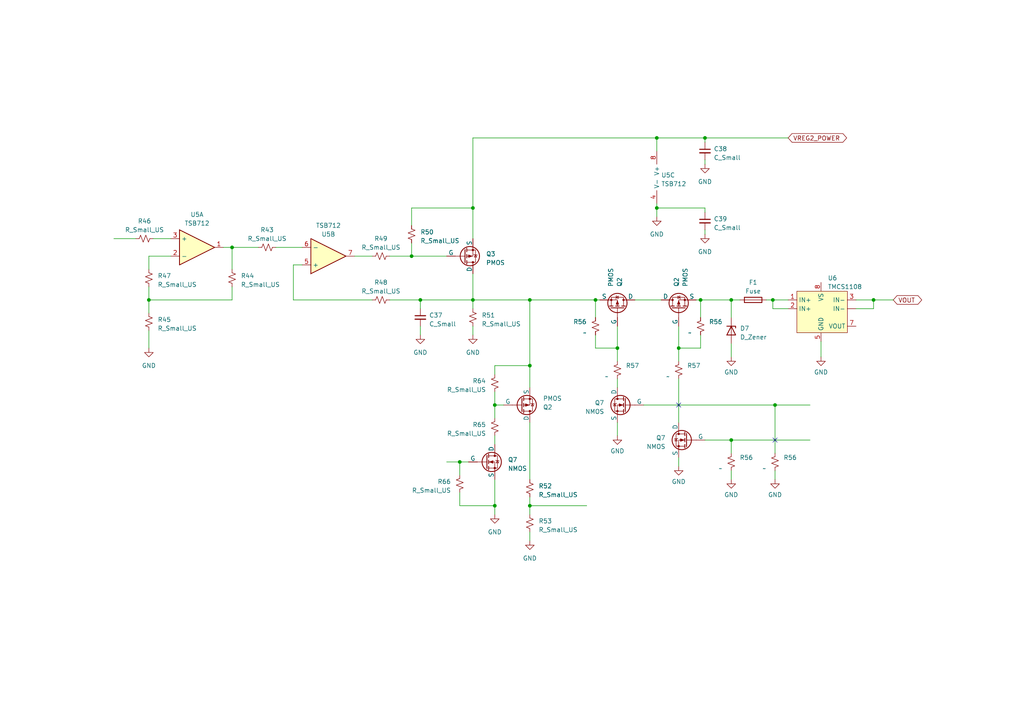
<source format=kicad_sch>
(kicad_sch (version 20230121) (generator eeschema)
  (paper "A4")
  (lib_symbols
    (symbol "Device:C_Small" (pin_numbers hide) (pin_names (offset 0.254) hide)
      (property "Reference" "C" (at 0.254 1.778 0))
      (property "Value" "C_Small" (at 0.254 -2.032 0))
      (symbol "C_Small_0_1"
        (polyline (pts (xy -1.524 -0.508) (xy 1.524 -0.508)) (stroke (width 0.3302)))
        (polyline (pts (xy -1.524 0.508) (xy 1.524 0.508)) (stroke (width 0.3048)))
      )
      (symbol "C_Small_1_1"
        (pin passive line (at 0 2.54 270) (length 2.032) (name "~") (number "1"))
        (pin passive line (at 0 -2.54 90) (length 2.032) (name "~") (number "2"))
      )
    )
    (symbol "Device:D_Zener" (pin_numbers hide) (pin_names (offset 1.016) hide)
      (property "Reference" "D" (at 0 2.54 0))
      (property "Value" "D_Zener" (at 0 -2.54 0))
      (symbol "D_Zener_0_1"
        (polyline (pts (xy 1.27 0) (xy -1.27 0)))
        (polyline (pts (xy -1.27 -1.27) (xy -1.27 1.27) (xy -0.762 1.27)) (stroke (width 0.254)))
        (polyline (pts (xy 1.27 -1.27) (xy 1.27 1.27) (xy -1.27 0) (xy 1.27 -1.27)) (stroke (width 0.254)))
      )
      (symbol "D_Zener_1_1"
        (pin passive line (at -3.81 0 0) (length 2.54) (name "K") (number "1"))
        (pin passive line (at 3.81 0 180) (length 2.54) (name "A") (number "2"))
      )
    )
    (symbol "Device:Fuse" (pin_numbers hide) (pin_names (offset 0))
      (property "Reference" "F" (at 2.032 0 90))
      (property "Value" "Fuse" (at -1.905 0 90))
      (symbol "Fuse_0_1"
        (rectangle (start -0.762 -2.54) (end 0.762 2.54) (stroke (width 0.254)))
        (polyline (pts (xy 0 2.54) (xy 0 -2.54)))
      )
      (symbol "Fuse_1_1"
        (pin passive line (at 0 3.81 270) (length 1.27) (name "~") (number "1"))
        (pin passive line (at 0 -3.81 90) (length 1.27) (name "~") (number "2"))
      )
    )
    (symbol "Device:Opamp_Dual"
      (property "Reference" "U" (at 0 5.08 0))
      (property "Value" "Opamp_Dual" (at 0 -5.08 0))
      (symbol "Opamp_Dual_1_1"
        (polyline (pts (xy -5.08 5.08) (xy 5.08 0) (xy -5.08 -5.08) (xy -5.08 5.08)) (stroke (width 0.254)) (fill (type background)))
        (pin output line (at 7.62 0 180) (length 2.54) (name "~") (number "1"))
        (pin input line (at -7.62 -2.54 0) (length 2.54) (name "-") (number "2"))
        (pin input line (at -7.62 2.54 0) (length 2.54) (name "+") (number "3"))
      )
      (symbol "Opamp_Dual_2_1"
        (polyline (pts (xy -5.08 5.08) (xy 5.08 0) (xy -5.08 -5.08) (xy -5.08 5.08)) (stroke (width 0.254)) (fill (type background)))
        (pin input line (at -7.62 2.54 0) (length 2.54) (name "+") (number "5"))
        (pin input line (at -7.62 -2.54 0) (length 2.54) (name "-") (number "6"))
        (pin output line (at 7.62 0 180) (length 2.54) (name "~") (number "7"))
      )
      (symbol "Opamp_Dual_3_1"
        (pin power_in line (at -2.54 -7.62 90) (length 3.81) (name "V-") (number "4"))
        (pin power_in line (at -2.54 7.62 270) (length 3.81) (name "V+") (number "8"))
      )
    )
    (symbol "Device:R_Small_US" (pin_numbers hide) (pin_names (offset 0.254) hide)
      (property "Reference" "R" (at 0.762 0.508 0))
      (property "Value" "R_Small_US" (at 0.762 -1.016 0))
      (symbol "R_Small_US_1_1"
        (polyline (pts (xy 0 0) (xy 1.016 -0.381) (xy 0 -0.762) (xy -1.016 -1.143) (xy 0 -1.524)))
        (polyline (pts (xy 0 1.524) (xy 1.016 1.143) (xy 0 0.762) (xy -1.016 0.381) (xy 0 0)))
        (pin passive line (at 0 2.54 270) (length 1.016) (name "~") (number "1"))
        (pin passive line (at 0 -2.54 90) (length 1.016) (name "~") (number "2"))
      )
    )
    (symbol "Simulation_SPICE:NMOS" (pin_numbers hide) (pin_names (offset 0))
      (property "Reference" "Q" (at 5.08 1.27 0))
      (property "Value" "NMOS" (at 5.08 -1.27 0))
      (symbol "NMOS_0_1"
        (polyline (pts (xy 0.254 0) (xy -2.54 0)))
        (polyline (pts (xy 0.254 1.905) (xy 0.254 -1.905)) (stroke (width 0.254)))
        (polyline (pts (xy 0.762 -1.27) (xy 0.762 -2.286)) (stroke (width 0.254)))
        (polyline (pts (xy 0.762 0.508) (xy 0.762 -0.508)) (stroke (width 0.254)))
        (polyline (pts (xy 0.762 2.286) (xy 0.762 1.27)) (stroke (width 0.254)))
        (polyline (pts (xy 2.54 2.54) (xy 2.54 1.778)))
        (polyline (pts (xy 2.54 -2.54) (xy 2.54 0) (xy 0.762 0)))
        (polyline (pts (xy 0.762 -1.778) (xy 3.302 -1.778) (xy 3.302 1.778) (xy 0.762 1.778)))
        (polyline (pts (xy 1.016 0) (xy 2.032 0.381) (xy 2.032 -0.381) (xy 1.016 0)) (fill (type outline)))
        (polyline (pts (xy 2.794 0.508) (xy 2.921 0.381) (xy 3.683 0.381) (xy 3.81 0.254)))
        (polyline (pts (xy 3.302 0.381) (xy 2.921 -0.254) (xy 3.683 -0.254) (xy 3.302 0.381)))
        (circle (center 1.651 0) (radius 2.794) (stroke (width 0.254)))
        (circle (center 2.54 -1.778) (radius 0.254) (fill (type outline)))
        (circle (center 2.54 1.778) (radius 0.254) (fill (type outline)))
      )
      (symbol "NMOS_1_1"
        (pin passive line (at 2.54 5.08 270) (length 2.54) (name "D") (number "1"))
        (pin input line (at -5.08 0 0) (length 2.54) (name "G") (number "2"))
        (pin passive line (at 2.54 -5.08 90) (length 2.54) (name "S") (number "3"))
      )
    )
    (symbol "Simulation_SPICE:PMOS" (pin_numbers hide) (pin_names (offset 0))
      (property "Reference" "Q" (at 5.08 1.27 0))
      (property "Value" "PMOS" (at 5.08 -1.27 0))
      (symbol "PMOS_0_1"
        (polyline (pts (xy 0.254 0) (xy -2.54 0)))
        (polyline (pts (xy 0.254 1.905) (xy 0.254 -1.905)) (stroke (width 0.254)))
        (polyline (pts (xy 0.762 -1.27) (xy 0.762 -2.286)) (stroke (width 0.254)))
        (polyline (pts (xy 0.762 0.508) (xy 0.762 -0.508)) (stroke (width 0.254)))
        (polyline (pts (xy 0.762 2.286) (xy 0.762 1.27)) (stroke (width 0.254)))
        (polyline (pts (xy 2.54 2.54) (xy 2.54 1.778)))
        (polyline (pts (xy 2.54 -2.54) (xy 2.54 0) (xy 0.762 0)))
        (polyline (pts (xy 0.762 1.778) (xy 3.302 1.778) (xy 3.302 -1.778) (xy 0.762 -1.778)))
        (polyline (pts (xy 2.286 0) (xy 1.27 0.381) (xy 1.27 -0.381) (xy 2.286 0)) (fill (type outline)))
        (polyline (pts (xy 2.794 -0.508) (xy 2.921 -0.381) (xy 3.683 -0.381) (xy 3.81 -0.254)))
        (polyline (pts (xy 3.302 -0.381) (xy 2.921 0.254) (xy 3.683 0.254) (xy 3.302 -0.381)))
        (circle (center 1.651 0) (radius 2.794) (stroke (width 0.254)))
        (circle (center 2.54 -1.778) (radius 0.254) (fill (type outline)))
        (circle (center 2.54 1.778) (radius 0.254) (fill (type outline)))
      )
      (symbol "PMOS_1_1"
        (pin passive line (at 2.54 5.08 270) (length 2.54) (name "D") (number "1"))
        (pin input line (at -5.08 0 0) (length 2.54) (name "G") (number "2"))
        (pin passive line (at 2.54 -5.08 90) (length 2.54) (name "S") (number "3"))
      )
    )
    (symbol "User_CurrentSense:TMCS1108"
      (property "Reference" "U" (at 4.445 9.525 0))
      (property "Value" "TMCS1108" (at 8.89 6.985 0))
      (symbol "TMCS1108_1_1"
        (rectangle (start -6.985 5.715) (end 7.62 -6.35) (fill (type background)))
        (pin input line (at 10.16 0.635 180) (length 2.54) (name "IN-") (number ""))
        (pin input line (at -9.525 3.175 0) (length 2.54) (name "IN+") (number "1"))
        (pin input line (at -9.525 0.635 0) (length 2.54) (name "IN+") (number "2"))
        (pin input line (at 10.16 3.175 180) (length 2.54) (name "IN-") (number "3"))
        (pin input line (at 0 -8.89 90) (length 2.54) (name "GND") (number "5"))
        (pin input line (at 10.16 -4.445 180) (length 2.54) (name "VOUT") (number "7"))
        (pin input line (at 0 8.255 270) (length 2.54) (name "VS") (number "8"))
      )
    )
    (symbol "power:GND" (power) (pin_names (offset 0))
      (property "Value" "GND" (at 0 -3.81 0))
      (symbol "GND_0_1"
        (polyline (pts (xy 0 0) (xy 0 -1.27) (xy 1.27 -1.27) (xy 0 -2.54) (xy -1.27 -1.27) (xy 0 -1.27)))
      )
      (symbol "GND_1_1"
        (pin power_in line (at 0 0 270) (length 0) hide (name "GND") (number "1"))
      )
    )
  )
  (junction (at 153.67 106.045))
  (junction (at 172.72 86.995))
  (junction (at 190.5 40.005))
  (junction (at 119.38 74.295))
  (junction (at 43.18 86.995))
  (junction (at 203.2 86.995))
  (junction (at 137.16 60.325))
  (junction (at 153.67 86.995))
  (junction (at 179.07 100.965))
  (junction (at 137.16 86.995))
  (junction (at 224.79 117.475))
  (junction (at 153.67 146.685))
  (junction (at 196.85 100.965))
  (junction (at 121.92 86.995))
  (junction (at 212.09 127.635))
  (junction (at 190.5 60.325))
  (junction (at 253.365 86.995))
  (junction (at 204.47 40.005))
  (junction (at 67.31 71.755))
  (junction (at 143.51 117.475))
  (junction (at 143.51 146.685))
  (junction (at 133.35 133.985))
  (junction (at 224.155 86.995))
  (junction (at 212.09 86.995))
  (no_connect (at 196.85 117.475))
  (no_connect (at 224.79 127.635))
  (wire (pts (xy 212.09 139.065) (xy 212.09 136.525)))
  (wire (pts (xy 196.85 109.855) (xy 196.85 122.555)))
  (wire (pts (xy 184.15 86.995) (xy 191.77 86.995)))
  (wire (pts (xy 204.47 40.005) (xy 228.6 40.005)))
  (wire (pts (xy 143.51 106.045) (xy 153.67 106.045)))
  (wire (pts (xy 121.92 97.155) (xy 121.92 94.615)))
  (wire (pts (xy 143.51 117.475) (xy 146.05 117.475)))
  (wire (pts (xy 190.5 60.325) (xy 190.5 62.865)))
  (wire (pts (xy 67.31 86.995) (xy 43.18 86.995)))
  (wire (pts (xy 212.09 131.445) (xy 212.09 127.635)))
  (wire (pts (xy 253.365 89.535) (xy 253.365 86.995)))
  (wire (pts (xy 133.35 133.985) (xy 135.89 133.985)))
  (wire (pts (xy 224.155 89.535) (xy 224.155 86.995)))
  (wire (pts (xy 43.18 90.805) (xy 43.18 86.995)))
  (wire (pts (xy 153.67 146.685) (xy 170.18 146.685)))
  (wire (pts (xy 143.51 146.685) (xy 143.51 149.225)))
  (wire (pts (xy 212.09 86.995) (xy 214.63 86.995)))
  (wire (pts (xy 248.285 86.995) (xy 253.365 86.995)))
  (wire (pts (xy 43.18 86.995) (xy 43.18 83.185)))
  (wire (pts (xy 204.47 60.325) (xy 204.47 61.595)))
  (wire (pts (xy 153.67 146.685) (xy 153.67 149.225)))
  (wire (pts (xy 203.2 100.965) (xy 196.85 100.965)))
  (wire (pts (xy 201.93 86.995) (xy 203.2 86.995)))
  (wire (pts (xy 137.16 69.215) (xy 137.16 60.325)))
  (wire (pts (xy 190.5 40.005) (xy 204.47 40.005)))
  (wire (pts (xy 172.72 86.995) (xy 173.99 86.995)))
  (wire (pts (xy 44.45 69.215) (xy 49.53 69.215)))
  (wire (pts (xy 102.87 74.295) (xy 107.95 74.295)))
  (wire (pts (xy 196.85 94.615) (xy 196.85 100.965)))
  (wire (pts (xy 143.51 108.585) (xy 143.51 106.045)))
  (wire (pts (xy 133.35 146.685) (xy 133.35 142.875)))
  (wire (pts (xy 248.285 89.535) (xy 253.365 89.535)))
  (wire (pts (xy 85.09 86.995) (xy 85.09 76.835)))
  (wire (pts (xy 204.47 67.945) (xy 204.47 66.675)))
  (wire (pts (xy 203.2 86.995) (xy 212.09 86.995)))
  (wire (pts (xy 64.77 71.755) (xy 67.31 71.755)))
  (wire (pts (xy 137.16 86.995) (xy 153.67 86.995)))
  (wire (pts (xy 121.92 86.995) (xy 137.16 86.995)))
  (wire (pts (xy 153.67 144.145) (xy 153.67 146.685)))
  (wire (pts (xy 137.16 40.005) (xy 137.16 60.325)))
  (wire (pts (xy 137.16 40.005) (xy 190.5 40.005)))
  (wire (pts (xy 212.09 127.635) (xy 234.95 127.635)))
  (wire (pts (xy 143.51 128.905) (xy 143.51 126.365)))
  (wire (pts (xy 143.51 117.475) (xy 143.51 113.665)))
  (wire (pts (xy 153.67 106.045) (xy 153.67 112.395)))
  (wire (pts (xy 228.6 89.535) (xy 224.155 89.535)))
  (wire (pts (xy 172.72 100.965) (xy 179.07 100.965)))
  (wire (pts (xy 179.07 100.965) (xy 179.07 104.775)))
  (wire (pts (xy 143.51 121.285) (xy 143.51 117.475)))
  (wire (pts (xy 212.09 99.695) (xy 212.09 103.505)))
  (wire (pts (xy 224.155 86.995) (xy 228.6 86.995)))
  (wire (pts (xy 190.5 59.055) (xy 190.5 60.325)))
  (wire (pts (xy 172.72 86.995) (xy 172.72 92.075)))
  (wire (pts (xy 119.38 60.325) (xy 119.38 65.405)))
  (wire (pts (xy 121.92 86.995) (xy 113.03 86.995)))
  (wire (pts (xy 190.5 60.325) (xy 204.47 60.325)))
  (wire (pts (xy 224.79 139.065) (xy 224.79 136.525)))
  (wire (pts (xy 203.2 97.155) (xy 203.2 100.965)))
  (wire (pts (xy 179.07 100.965) (xy 179.07 94.615)))
  (wire (pts (xy 153.67 122.555) (xy 153.67 139.065)))
  (wire (pts (xy 137.16 79.375) (xy 137.16 86.995)))
  (wire (pts (xy 137.16 60.325) (xy 119.38 60.325)))
  (wire (pts (xy 107.95 86.995) (xy 85.09 86.995)))
  (wire (pts (xy 143.51 139.065) (xy 143.51 146.685)))
  (wire (pts (xy 119.38 70.485) (xy 119.38 74.295)))
  (wire (pts (xy 190.5 40.005) (xy 190.5 43.815)))
  (wire (pts (xy 224.79 131.445) (xy 224.79 117.475)))
  (wire (pts (xy 179.07 109.855) (xy 179.07 112.395)))
  (wire (pts (xy 204.47 47.625) (xy 204.47 46.355)))
  (wire (pts (xy 67.31 71.755) (xy 67.31 78.105)))
  (wire (pts (xy 179.07 122.555) (xy 179.07 126.365)))
  (wire (pts (xy 85.09 76.835) (xy 87.63 76.835)))
  (wire (pts (xy 43.18 78.105) (xy 43.18 74.295)))
  (wire (pts (xy 33.02 69.215) (xy 39.37 69.215)))
  (wire (pts (xy 222.25 86.995) (xy 224.155 86.995)))
  (wire (pts (xy 67.31 71.755) (xy 74.93 71.755)))
  (wire (pts (xy 172.72 97.155) (xy 172.72 100.965)))
  (wire (pts (xy 67.31 83.185) (xy 67.31 86.995)))
  (wire (pts (xy 153.67 86.995) (xy 172.72 86.995)))
  (wire (pts (xy 113.03 74.295) (xy 119.38 74.295)))
  (wire (pts (xy 196.85 100.965) (xy 196.85 104.775)))
  (wire (pts (xy 121.92 89.535) (xy 121.92 86.995)))
  (wire (pts (xy 153.67 154.305) (xy 153.67 156.845)))
  (wire (pts (xy 43.18 74.295) (xy 49.53 74.295)))
  (wire (pts (xy 204.47 127.635) (xy 212.09 127.635)))
  (wire (pts (xy 238.125 99.06) (xy 238.125 103.505)))
  (wire (pts (xy 212.09 86.995) (xy 212.09 92.075)))
  (wire (pts (xy 143.51 146.685) (xy 133.35 146.685)))
  (wire (pts (xy 137.16 86.995) (xy 137.16 89.535)))
  (wire (pts (xy 186.69 117.475) (xy 224.79 117.475)))
  (wire (pts (xy 43.18 100.965) (xy 43.18 95.885)))
  (wire (pts (xy 153.67 86.995) (xy 153.67 106.045)))
  (wire (pts (xy 203.2 86.995) (xy 203.2 92.075)))
  (wire (pts (xy 129.54 133.985) (xy 133.35 133.985)))
  (wire (pts (xy 137.16 94.615) (xy 137.16 97.155)))
  (wire (pts (xy 196.85 132.715) (xy 196.85 135.255)))
  (wire (pts (xy 119.38 74.295) (xy 129.54 74.295)))
  (wire (pts (xy 80.01 71.755) (xy 87.63 71.755)))
  (wire (pts (xy 253.365 86.995) (xy 259.08 86.995)))
  (wire (pts (xy 224.79 117.475) (xy 234.95 117.475)))
  (wire (pts (xy 133.35 137.795) (xy 133.35 133.985)))
  (wire (pts (xy 204.47 40.005) (xy 204.47 41.275)))
  (global_label "VREG2_POWER" (shape bidirectional) (at 228.6 40.005 0) (property "Intersheetrefs" "${INTERSHEET_REFS}" (effects hide)))
  (global_label "VOUT" (shape bidirectional) (at 259.08 86.995 0) (property "Intersheetrefs" "${INTERSHEET_REFS}" (effects hide)))
  (symbol (lib_id "power:GND") (at 224.79 139.065 0) (unit 1)
    (property "Reference" "#PWR038" (effects hide))
    (property "Value" "GND" (at 224.79 143.51 0))
    (instances (project "power_supply" (path "" (reference "#PWR038") (unit 1)) (path "" (reference "#PWR043") (unit 1))))
  )
  (symbol (lib_id "power:GND") (at 212.09 139.065 0) (unit 1)
    (property "Reference" "#PWR038" (effects hide))
    (property "Value" "GND" (at 212.09 143.51 0))
    (instances (project "power_supply" (path "" (reference "#PWR038") (unit 1)) (path "" (reference "#PWR042") (unit 1))))
  )
  (symbol (lib_id "Device:R_Small_US") (at 137.16 92.075 0) (unit 1)
    (property "Reference" "R51" (at 139.7 91.44 0) (effects (justify left)))
    (property "Value" "R_Small_US" (at 139.7 93.98 0) (effects (justify left)))
  )
  (symbol (lib_id "Device:Opamp_Dual") (at 57.15 71.755 0) (unit 1)
    (property "Reference" "U5" (at 57.15 62.23 0))
    (property "Value" "TSB712" (at 57.15 64.77 0))
    (property "Footprint" "Package_SO:SO-8_3.9x4.9mm_P1.27mm" (effects hide))
    (property "Datasheet" "https://www.mouser.com/datasheet/2/389/tsb711-2005830.pdf" (effects hide))
  )
  (symbol (lib_id "Device:Opamp_Dual") (at 95.25 74.295 0) (mirror x) (unit 2)
    (property "Reference" "U5" (at 95.25 67.945 0))
    (property "Value" "TSB712" (at 95.25 65.405 0))
    (property "Footprint" "Package_SO:SO-8_3.9x4.9mm_P1.27mm" (effects hide))
    (property "Datasheet" "https://www.mouser.com/datasheet/2/389/tsb711-2005830.pdf" (effects hide))
  )
  (symbol (lib_id "Device:R_Small_US") (at 196.85 107.315 0) (mirror y) (unit 1)
    (property "Reference" "R57" (at 203.2 106.045 0) (effects (justify left)))
    (property "Value" "~" (at 194.31 109.22 0) (effects (justify left)))
    (instances (project "power_supply" (path "" (reference "R57") (unit 1)) (path "" (reference "R61") (unit 1))))
  )
  (symbol (lib_id "Device:Fuse") (at 218.44 86.995 90) (unit 1)
    (property "Reference" "F1" (at 218.44 81.915 90))
    (property "Value" "Fuse" (at 218.44 84.455 90))
  )
  (symbol (lib_id "Device:R_Small_US") (at 143.51 111.125 0) (mirror y) (unit 1)
    (property "Reference" "R64" (at 140.97 110.49 0) (effects (justify left)))
    (property "Value" "R_Small_US" (at 140.97 113.03 0) (effects (justify left)))
  )
  (symbol (lib_id "Simulation_SPICE:PMOS") (at 196.85 89.535 90) (unit 1)
    (property "Reference" "Q2" (at 196.215 83.185 0) (effects (justify left)))
    (property "Value" "PMOS" (at 198.755 83.185 0) (effects (justify left)))
    (property "Datasheet" "https://ngspice.sourceforge.io/docs/ngspice-manual.pdf" (effects hide))
    (property "Sim.Device" "PMOS" (effects hide))
    (property "Sim.Type" "VDMOS" (effects hide))
    (property "Sim.Pins" "1=D 2=G 3=S" (effects hide))
    (instances (project "power_supply" (path "" (reference "Q2") (unit 1)) (path "" (reference "Q6") (unit 1)) (path "" (reference "Q10") (unit 1))))
  )
  (symbol (lib_id "Device:R_Small_US") (at 212.09 133.985 0) (mirror y) (unit 1)
    (property "Reference" "R56" (at 218.44 132.715 0) (effects (justify left)))
    (property "Value" "~" (at 209.55 135.89 0) (effects (justify left)))
    (instances (project "power_supply" (path "" (reference "R56") (unit 1)) (path "" (reference "R62") (unit 1))))
  )
  (symbol (lib_id "power:GND") (at 190.5 62.865 0) (unit 1)
    (property "Reference" "#PWR035" (effects hide))
    (property "Value" "GND" (at 190.5 67.945 0))
  )
  (symbol (lib_id "power:GND") (at 196.85 135.255 0) (unit 1)
    (property "Reference" "#PWR038" (effects hide))
    (property "Value" "GND" (at 196.85 139.7 0))
    (instances (project "power_supply" (path "" (reference "#PWR038") (unit 1)) (path "" (reference "#PWR041") (unit 1))))
  )
  (symbol (lib_id "Simulation_SPICE:PMOS") (at 134.62 74.295 0) (mirror x) (unit 1)
    (property "Reference" "Q3" (at 140.97 73.66 0) (effects (justify left)))
    (property "Value" "PMOS" (at 140.97 76.2 0) (effects (justify left)))
    (property "Datasheet" "https://ngspice.sourceforge.io/docs/ngspice-manual.pdf" (effects hide))
    (property "Sim.Device" "PMOS" (effects hide))
    (property "Sim.Type" "VDMOS" (effects hide))
    (property "Sim.Pins" "1=D 2=G 3=S" (effects hide))
  )
  (symbol (lib_id "Simulation_SPICE:NMOS") (at 199.39 127.635 0) (mirror y) (unit 1)
    (property "Reference" "Q7" (at 193.04 127 0) (effects (justify left)))
    (property "Value" "NMOS" (at 193.04 129.54 0) (effects (justify left)))
    (property "Datasheet" "https://ngspice.sourceforge.io/docs/ngspice-manual.pdf" (effects hide))
    (property "Sim.Device" "NMOS" (effects hide))
    (property "Sim.Type" "VDMOS" (effects hide))
    (property "Sim.Pins" "1=D 2=G 3=S" (effects hide))
    (instances (project "power_supply" (path "" (reference "Q7") (unit 1)) (path "" (reference "Q11") (unit 1))))
  )
  (symbol (lib_id "Simulation_SPICE:PMOS") (at 179.07 89.535 270) (mirror x) (unit 1)
    (property "Reference" "Q2" (at 179.705 83.185 0) (effects (justify left)))
    (property "Value" "PMOS" (at 177.165 83.185 0) (effects (justify left)))
    (property "Datasheet" "https://ngspice.sourceforge.io/docs/ngspice-manual.pdf" (effects hide))
    (property "Sim.Device" "PMOS" (effects hide))
    (property "Sim.Type" "VDMOS" (effects hide))
    (property "Sim.Pins" "1=D 2=G 3=S" (effects hide))
    (instances (project "power_supply" (path "" (reference "Q2") (unit 1)) (path "" (reference "Q6") (unit 1)) (path "" (reference "Q8") (unit 1))))
  )
  (symbol (lib_id "Device:R_Small_US") (at 179.07 107.315 0) (mirror y) (unit 1)
    (property "Reference" "R57" (at 185.42 106.045 0) (effects (justify left)))
    (property "Value" "~" (at 176.53 109.22 0) (effects (justify left)))
    (instances (project "power_supply" (path "" (reference "R57") (unit 1)) (path "" (reference "R59") (unit 1))))
  )
  (symbol (lib_id "Device:R_Small_US") (at 172.72 94.615 0) (mirror y) (unit 1)
    (property "Reference" "R56" (at 170.18 93.345 0) (effects (justify left)))
    (property "Value" "~" (at 170.18 96.52 0) (effects (justify left)))
    (instances (project "power_supply" (path "" (reference "R56") (unit 1)) (path "" (reference "R58") (unit 1))))
  )
  (symbol (lib_id "power:GND") (at 238.125 103.505 0) (unit 1)
    (property "Reference" "#PWR038" (effects hide))
    (property "Value" "GND" (at 238.125 107.95 0))
    (instances (project "power_supply" (path "" (reference "#PWR038") (unit 1)) (path "" (reference "#PWR045") (unit 1))))
  )
  (symbol (lib_id "power:GND") (at 43.18 100.965 0) (unit 1)
    (property "Reference" "#PWR030" (effects hide))
    (property "Value" "GND" (at 43.18 106.045 0))
  )
  (symbol (lib_id "power:GND") (at 121.92 97.155 0) (unit 1)
    (property "Reference" "#PWR031" (effects hide))
    (property "Value" "GND" (at 121.92 102.235 0))
  )
  (symbol (lib_id "Device:R_Small_US") (at 110.49 86.995 270) (unit 1)
    (property "Reference" "R48" (at 110.49 81.915 90))
    (property "Value" "R_Small_US" (at 110.49 84.455 90))
  )
  (symbol (lib_id "Device:R_Small_US") (at 153.67 141.605 0) (unit 1)
    (property "Reference" "R52" (at 156.21 140.97 0) (effects (justify left)))
    (property "Value" "R_Small_US" (at 156.21 143.51 0) (effects (justify left)))
  )
  (symbol (lib_id "Device:R_Small_US") (at 110.49 74.295 90) (unit 1)
    (property "Reference" "R49" (at 110.49 69.215 90))
    (property "Value" "R_Small_US" (at 110.49 71.755 90))
  )
  (symbol (lib_id "Device:R_Small_US") (at 153.67 151.765 0) (unit 1)
    (property "Reference" "R53" (at 156.21 151.13 0) (effects (justify left)))
    (property "Value" "R_Small_US" (at 156.21 153.67 0) (effects (justify left)))
  )
  (symbol (lib_id "power:GND") (at 137.16 97.155 0) (unit 1)
    (property "Reference" "#PWR032" (effects hide))
    (property "Value" "GND" (at 137.16 102.235 0))
  )
  (symbol (lib_id "Simulation_SPICE:PMOS") (at 151.13 117.475 0) (mirror x) (unit 1)
    (property "Reference" "Q2" (at 157.48 118.11 0) (effects (justify left)))
    (property "Value" "PMOS" (at 157.48 115.57 0) (effects (justify left)))
    (property "Datasheet" "https://ngspice.sourceforge.io/docs/ngspice-manual.pdf" (effects hide))
    (property "Sim.Device" "PMOS" (effects hide))
    (property "Sim.Type" "VDMOS" (effects hide))
    (property "Sim.Pins" "1=D 2=G 3=S" (effects hide))
    (instances (project "power_supply" (path "" (reference "Q2") (unit 1)) (path "" (reference "Q6") (unit 1)) (path "" (reference "Q5") (unit 1))))
  )
  (symbol (lib_id "Device:R_Small_US") (at 43.18 93.345 180) (unit 1)
    (property "Reference" "R45" (at 45.72 92.71 0) (effects (justify right)))
    (property "Value" "R_Small_US" (at 45.72 95.25 0) (effects (justify right)))
  )
  (symbol (lib_id "Device:C_Small") (at 121.92 92.075 0) (unit 1)
    (property "Reference" "C37" (at 124.46 91.4463 0) (effects (justify left)))
    (property "Value" "C_Small" (at 124.46 93.9863 0) (effects (justify left)))
  )
  (symbol (lib_id "Device:R_Small_US") (at 133.35 140.335 0) (mirror y) (unit 1)
    (property "Reference" "R66" (at 130.81 139.7 0) (effects (justify left)))
    (property "Value" "R_Small_US" (at 130.81 142.24 0) (effects (justify left)))
  )
  (symbol (lib_id "Device:R_Small_US") (at 143.51 123.825 0) (mirror y) (unit 1)
    (property "Reference" "R65" (at 140.97 123.19 0) (effects (justify left)))
    (property "Value" "R_Small_US" (at 140.97 125.73 0) (effects (justify left)))
  )
  (symbol (lib_id "Simulation_SPICE:NMOS") (at 140.97 133.985 0) (unit 1)
    (property "Reference" "Q7" (at 147.32 133.35 0) (effects (justify left)))
    (property "Value" "NMOS" (at 147.32 135.89 0) (effects (justify left)))
    (property "Datasheet" "https://ngspice.sourceforge.io/docs/ngspice-manual.pdf" (effects hide))
    (property "Sim.Device" "NMOS" (effects hide))
    (property "Sim.Type" "VDMOS" (effects hide))
    (property "Sim.Pins" "1=D 2=G 3=S" (effects hide))
    (instances (project "power_supply" (path "" (reference "Q7") (unit 1)) (path "" (reference "Q12") (unit 1))))
  )
  (symbol (lib_id "Simulation_SPICE:NMOS") (at 181.61 117.475 0) (mirror y) (unit 1)
    (property "Reference" "Q7" (at 175.26 116.84 0) (effects (justify left)))
    (property "Value" "NMOS" (at 175.26 119.38 0) (effects (justify left)))
    (property "Datasheet" "https://ngspice.sourceforge.io/docs/ngspice-manual.pdf" (effects hide))
    (property "Sim.Device" "NMOS" (effects hide))
    (property "Sim.Type" "VDMOS" (effects hide))
    (property "Sim.Pins" "1=D 2=G 3=S" (effects hide))
    (instances (project "power_supply" (path "" (reference "Q7") (unit 1)) (path "" (reference "Q9") (unit 1))))
  )
  (symbol (lib_id "Device:R_Small_US") (at 224.79 133.985 0) (mirror y) (unit 1)
    (property "Reference" "R56" (at 231.14 132.715 0) (effects (justify left)))
    (property "Value" "~" (at 222.25 135.89 0) (effects (justify left)))
    (instances (project "power_supply" (path "" (reference "R56") (unit 1)) (path "" (reference "R63") (unit 1))))
  )
  (symbol (lib_id "power:GND") (at 212.09 103.505 0) (unit 1)
    (property "Reference" "#PWR038" (effects hide))
    (property "Value" "GND" (at 212.09 107.95 0))
    (instances (project "power_supply" (path "" (reference "#PWR038") (unit 1)) (path "" (reference "#PWR040") (unit 1))))
  )
  (symbol (lib_id "Device:R_Small_US") (at 41.91 69.215 90) (unit 1)
    (property "Reference" "R46" (at 41.91 64.135 90))
    (property "Value" "R_Small_US" (at 41.91 66.675 90))
  )
  (symbol (lib_id "Device:Opamp_Dual") (at 193.04 51.435 0) (unit 3)
    (property "Reference" "U5" (at 191.77 50.8 0) (effects (justify left)))
    (property "Value" "TSB712" (at 191.77 53.34 0) (effects (justify left)))
    (property "Footprint" "Package_SO:SO-8_3.9x4.9mm_P1.27mm" (effects hide))
    (property "Datasheet" "https://www.mouser.com/datasheet/2/389/tsb711-2005830.pdf" (effects hide))
  )
  (symbol (lib_id "Device:D_Zener") (at 212.09 95.885 270) (unit 1)
    (property "Reference" "D7" (at 214.63 95.25 90) (effects (justify left)))
    (property "Value" "D_Zener" (at 214.63 97.79 90) (effects (justify left)))
  )
  (symbol (lib_id "power:GND") (at 153.67 156.845 0) (unit 1)
    (property "Reference" "#PWR036" (effects hide))
    (property "Value" "GND" (at 153.67 161.925 0))
  )
  (symbol (lib_id "Device:R_Small_US") (at 67.31 80.645 180) (unit 1)
    (property "Reference" "R44" (at 69.85 80.01 0) (effects (justify right)))
    (property "Value" "R_Small_US" (at 69.85 82.55 0) (effects (justify right)))
  )
  (symbol (lib_id "Device:R_Small_US") (at 77.47 71.755 90) (unit 1)
    (property "Reference" "R43" (at 77.47 66.675 90))
    (property "Value" "R_Small_US" (at 77.47 69.215 90))
  )
  (symbol (lib_id "Device:C_Small") (at 204.47 64.135 0) (unit 1)
    (property "Reference" "C39" (at 207.01 63.5063 0) (effects (justify left)))
    (property "Value" "C_Small" (at 207.01 66.0463 0) (effects (justify left)))
  )
  (symbol (lib_id "Device:C_Small") (at 204.47 43.815 0) (unit 1)
    (property "Reference" "C38" (at 207.01 43.1863 0) (effects (justify left)))
    (property "Value" "C_Small" (at 207.01 45.7263 0) (effects (justify left)))
  )
  (symbol (lib_id "User_CurrentSense:TMCS1108") (at 238.125 90.17 0) (unit 1)
    (property "Reference" "U6" (at 240.0809 80.645 0) (effects (justify left)))
    (property "Value" "TMCS1108" (at 240.0809 83.185 0) (effects (justify left)))
    (property "Footprint" "Package_SO:SOIC-8_3.9x4.9mm_P1.27mm" (effects hide))
    (property "Datasheet" "https://www.ti.com/lit/ds/symlink/tmcs1108.pdf?ts=1726276194342&ref_url=https%253A%252F%252Fwww.mouser.com%252F" (effects hide))
  )
  (symbol (lib_id "Device:R_Small_US") (at 43.18 80.645 0) (unit 1)
    (property "Reference" "R47" (at 45.72 80.01 0) (effects (justify left)))
    (property "Value" "R_Small_US" (at 45.72 82.55 0) (effects (justify left)))
  )
  (symbol (lib_id "Device:R_Small_US") (at 203.2 94.615 0) (mirror y) (unit 1)
    (property "Reference" "R56" (at 209.55 93.345 0) (effects (justify left)))
    (property "Value" "~" (at 200.66 96.52 0) (effects (justify left)))
    (instances (project "power_supply" (path "" (reference "R56") (unit 1)) (path "" (reference "R60") (unit 1))))
  )
  (symbol (lib_id "Device:R_Small_US") (at 119.38 67.945 180) (unit 1)
    (property "Reference" "R50" (at 121.92 67.31 0) (effects (justify right)))
    (property "Value" "R_Small_US" (at 121.92 69.85 0) (effects (justify right)))
  )
  (symbol (lib_id "power:GND") (at 204.47 67.945 0) (unit 1)
    (property "Reference" "#PWR034" (effects hide))
    (property "Value" "GND" (at 204.47 73.025 0))
  )
  (symbol (lib_id "power:GND") (at 204.47 47.625 0) (unit 1)
    (property "Reference" "#PWR033" (effects hide))
    (property "Value" "GND" (at 204.47 52.705 0))
  )
  (symbol (lib_id "power:GND") (at 143.51 149.225 0) (unit 1)
    (property "Reference" "#PWR044" (effects hide))
    (property "Value" "GND" (at 143.51 154.305 0))
  )
  (symbol (lib_id "power:GND") (at 179.07 126.365 0) (unit 1)
    (property "Reference" "#PWR038" (effects hide))
    (property "Value" "GND" (at 179.07 130.81 0))
    (instances (project "power_supply" (path "" (reference "#PWR038") (unit 1)) (path "" (reference "#PWR039") (unit 1))))
  )
)
</source>
